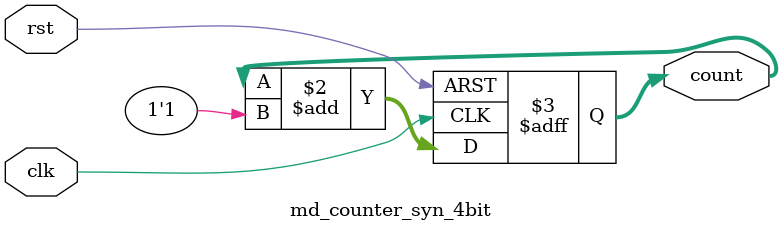
<source format=v>

module md_counter_syn_4bit(  // 4-bit synchronous up counter (同步加法计数器)
    input wire clk, 
    input wire rst, 
    output reg [3:0] count 
);
    
always@(posedge clk or posedge rst)begin 
    if(rst) begin
        count <= 4'b0;
    end else begin
        count <= count + 1'b1;
    end
end

endmodule



// NOT recommended style, for reference only:

/*
module md_counter_syn_4bit(  // 4-bit synchronous up counter (同步加法计数�?)
    input wire clk, 
    input wire rst, 
    output reg [3:0] count 
    ); 
    
    always@(posedge clk or posedge rst)begin 
        if(rst) 
            count[0]<=0; 
        else 
            count[0]<=~count[0]; 
    end 
    always@(posedge clk or posedge rst)begin 
        if(rst) 
            count[1]<=0; 
        else if(count[0]) 
            count[1]<=~count[1]; 
    end 
    always@(posedge clk or posedge rst)begin 
        if(rst) 
            count[2]<=0; 
        else if(count[0]&count[1]) 
            count[2]<=~count[2]; 
    end 
    always@(posedge clk or posedge rst)begin 
        if(rst) 
            count[3]<=0; 
        else if(count[0]&count[1]&count[2]) 
            count[3]<=~count[3]; 
    end 

endmodule
*/
</source>
